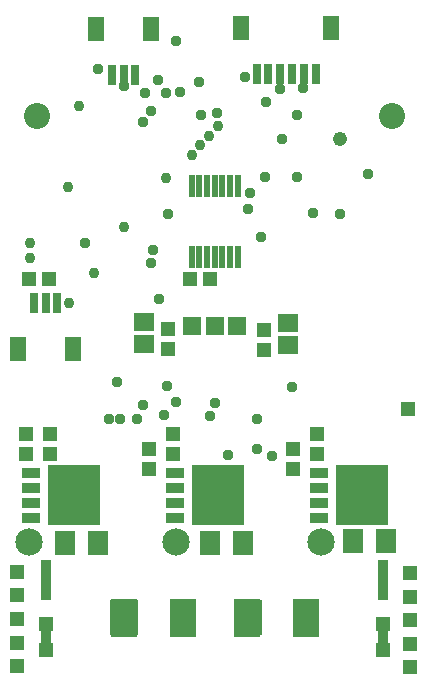
<source format=gbs>
G75*
%MOIN*%
%OFA0B0*%
%FSLAX24Y24*%
%IPPOS*%
%LPD*%
%AMOC8*
5,1,8,0,0,1.08239X$1,22.5*
%
%ADD10C,0.0867*%
%ADD11R,0.0595X0.0595*%
%ADD12R,0.0631X0.0356*%
%ADD13R,0.1773X0.2049*%
%ADD14R,0.0513X0.0474*%
%ADD15R,0.0474X0.0513*%
%ADD16R,0.0671X0.0592*%
%ADD17C,0.0907*%
%ADD18R,0.0316X0.0690*%
%ADD19R,0.0552X0.0789*%
%ADD20R,0.0237X0.0781*%
%ADD21R,0.0710X0.0789*%
%ADD22R,0.0867X0.1261*%
%ADD23R,0.0380X0.1360*%
%ADD24C,0.0378*%
%ADD25R,0.0476X0.0476*%
%ADD26C,0.0366*%
%ADD27C,0.0476*%
D10*
X002024Y022349D03*
X013835Y022349D03*
D11*
X008693Y015374D03*
X007943Y015374D03*
X007193Y015374D03*
D12*
X006600Y010477D03*
X006600Y009977D03*
X006600Y009477D03*
X006600Y008977D03*
X001800Y008977D03*
X001800Y009477D03*
X001800Y009977D03*
X001800Y010477D03*
X011400Y010477D03*
X011400Y009977D03*
X011400Y009477D03*
X011400Y008977D03*
D13*
X012837Y009727D03*
X008037Y009727D03*
X003237Y009727D03*
D14*
X002443Y011092D03*
X002443Y011761D03*
X001643Y011761D03*
X001643Y011092D03*
X005743Y011261D03*
X005743Y010592D03*
X006543Y011092D03*
X006543Y011761D03*
X007123Y016916D03*
X007792Y016916D03*
X011343Y011761D03*
X011343Y011092D03*
X010543Y011261D03*
X010543Y010592D03*
D15*
X009591Y014570D03*
X009591Y015239D03*
X006366Y015267D03*
X006366Y014597D03*
X002398Y016916D03*
X001729Y016916D03*
D16*
X005586Y015506D03*
X005586Y014758D03*
X010376Y014719D03*
X010376Y015467D03*
D17*
X011466Y008176D03*
X006645Y008176D03*
X001745Y008176D03*
D18*
X001906Y016139D03*
X002300Y016139D03*
X002694Y016139D03*
X004505Y023737D03*
X004898Y023737D03*
X005292Y023737D03*
X009328Y023757D03*
X009721Y023757D03*
X010115Y023757D03*
X010509Y023757D03*
X010902Y023757D03*
X011296Y023757D03*
D19*
X011808Y025282D03*
X008816Y025282D03*
X005804Y025263D03*
X003993Y025263D03*
X003206Y014613D03*
X001394Y014613D03*
D20*
X007162Y017674D03*
X007418Y017674D03*
X007674Y017674D03*
X007930Y017674D03*
X008186Y017674D03*
X008442Y017674D03*
X008698Y017674D03*
X008698Y020017D03*
X008442Y020017D03*
X008186Y020017D03*
X007930Y020017D03*
X007674Y020017D03*
X007418Y020017D03*
X007162Y020017D03*
D21*
X012536Y008196D03*
X013639Y008196D03*
X008894Y008137D03*
X007792Y008137D03*
X004052Y008137D03*
X002950Y008137D03*
D22*
X004898Y005637D03*
X006867Y005637D03*
X009013Y005637D03*
X010981Y005637D03*
D23*
X013540Y004982D03*
X013540Y006882D03*
X002320Y006902D03*
X002320Y005002D03*
D24*
X004406Y012251D03*
X004780Y012251D03*
X005351Y012251D03*
X005528Y012723D03*
X006237Y012389D03*
X006631Y012822D03*
X006335Y013353D03*
X005568Y014751D03*
X005587Y015499D03*
X006080Y016247D03*
X006355Y015263D03*
X005824Y017448D03*
X005863Y017901D03*
X006394Y019082D03*
X005528Y022172D03*
X005804Y022546D03*
X005627Y023137D03*
X006060Y023550D03*
X006296Y023137D03*
X006769Y023156D03*
X007418Y023511D03*
X007477Y022389D03*
X008009Y022448D03*
X008934Y023668D03*
X009643Y022822D03*
X010115Y023275D03*
X010666Y022389D03*
X010883Y023294D03*
X010174Y021582D03*
X010666Y020342D03*
X011217Y019121D03*
X012123Y019101D03*
X013028Y020420D03*
X010371Y015460D03*
X009603Y015243D03*
X009583Y014574D03*
X010509Y013334D03*
X011355Y011759D03*
X009839Y011031D03*
X009347Y011267D03*
X009328Y012271D03*
X008383Y011070D03*
X007772Y012349D03*
X007930Y012782D03*
X004662Y013511D03*
X003619Y018137D03*
X004918Y023373D03*
X004032Y023944D03*
X006650Y024869D03*
X009603Y020322D03*
X009111Y019790D03*
X009052Y019259D03*
X009465Y018314D03*
D25*
X001355Y004023D03*
X001355Y004810D03*
X001355Y005597D03*
X001355Y006385D03*
X001355Y007172D03*
X002320Y005420D03*
X002320Y004554D03*
X002969Y008137D03*
X004072Y008137D03*
X004662Y006011D03*
X004662Y005656D03*
X004662Y005302D03*
X005154Y005302D03*
X005154Y005656D03*
X005154Y006011D03*
X006690Y005342D03*
X007044Y005342D03*
X007792Y008137D03*
X008894Y008137D03*
X008796Y006011D03*
X008796Y005656D03*
X008796Y005302D03*
X009288Y005302D03*
X009288Y005656D03*
X009288Y006011D03*
X010784Y005322D03*
X011178Y005322D03*
X012517Y008176D03*
X013639Y008196D03*
X014446Y007133D03*
X014446Y006345D03*
X014446Y005558D03*
X014446Y004771D03*
X014446Y003983D03*
X013540Y004554D03*
X013540Y005420D03*
X014367Y012605D03*
D26*
X008028Y022015D03*
X007753Y021700D03*
X007457Y021385D03*
X007162Y021070D03*
X006296Y020302D03*
X004898Y018649D03*
X003914Y017133D03*
X003068Y016129D03*
X001788Y017625D03*
X001769Y018117D03*
X003028Y020007D03*
X003422Y022684D03*
D27*
X012123Y021582D03*
M02*

</source>
